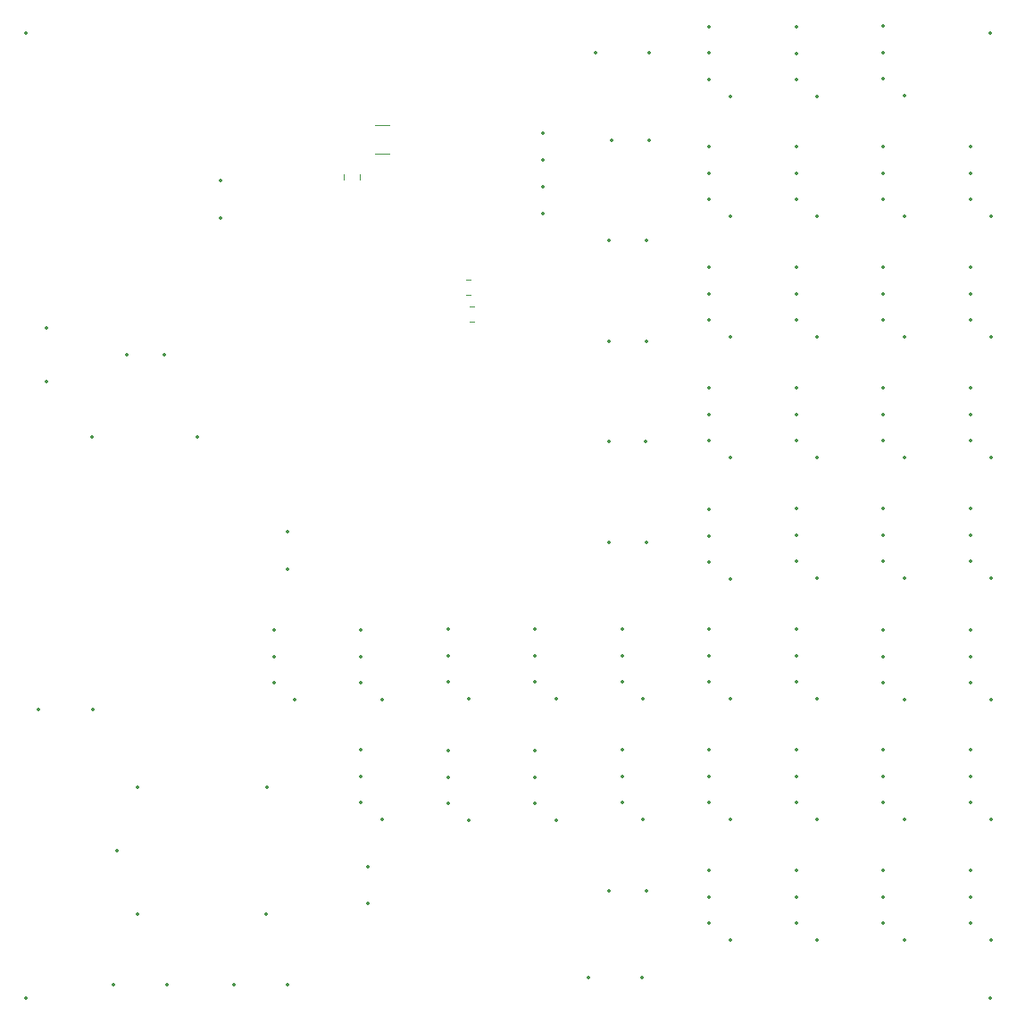
<source format=gbr>
%TF.GenerationSoftware,KiCad,Pcbnew,8.0.9*%
%TF.CreationDate,2025-02-25T22:51:42+01:00*%
%TF.ProjectId,WLED Controller,574c4544-2043-46f6-9e74-726f6c6c6572,rev?*%
%TF.SameCoordinates,Original*%
%TF.FileFunction,Legend,Bot*%
%TF.FilePolarity,Positive*%
%FSLAX46Y46*%
G04 Gerber Fmt 4.6, Leading zero omitted, Abs format (unit mm)*
G04 Created by KiCad (PCBNEW 8.0.9) date 2025-02-25 22:51:42*
%MOMM*%
%LPD*%
G01*
G04 APERTURE LIST*
%ADD10C,0.120000*%
%ADD11C,0.350000*%
G04 APERTURE END LIST*
D10*
%TO.C,R1*%
X54275000Y-37572936D02*
X54275000Y-38027064D01*
X55745000Y-37572936D02*
X55745000Y-38027064D01*
%TO.C,R8*%
X66177936Y-50065000D02*
X66632064Y-50065000D01*
X66177936Y-51535000D02*
X66632064Y-51535000D01*
%TO.C,C3*%
X57181248Y-32900000D02*
X58603752Y-32900000D01*
X57181248Y-35620000D02*
X58603752Y-35620000D01*
%TO.C,R2*%
X66302064Y-47495000D02*
X65847936Y-47495000D01*
X66302064Y-48965000D02*
X65847936Y-48965000D01*
%TD*%
D11*
X30440300Y-88228500D03*
X25258700Y-88228500D03*
X30389500Y-62447500D03*
X40346300Y-62447500D03*
X90900000Y-87245000D03*
X88900000Y-85645000D03*
X88900000Y-83145000D03*
X88900000Y-80645000D03*
X99155000Y-98675000D03*
X97155000Y-97075000D03*
X97155000Y-94575000D03*
X97155000Y-92075000D03*
X66135000Y-87245000D03*
X64135000Y-85645000D03*
X64135000Y-83145000D03*
X64135000Y-80645000D03*
X82932651Y-72390000D03*
X79432651Y-72390000D03*
X99155000Y-30175000D03*
X97155000Y-28575000D03*
X97155000Y-26075000D03*
X97155000Y-23575000D03*
X107410000Y-87325000D03*
X105410000Y-85725000D03*
X105410000Y-83225000D03*
X105410000Y-80725000D03*
X107410000Y-52955000D03*
X105410000Y-51355000D03*
X105410000Y-48855000D03*
X105410000Y-46355000D03*
X57880000Y-87325000D03*
X55880000Y-85725000D03*
X55880000Y-83225000D03*
X55880000Y-80725000D03*
X107410000Y-64385000D03*
X105410000Y-62785000D03*
X105410000Y-60285000D03*
X105410000Y-57785000D03*
X115665000Y-75815000D03*
X113665000Y-74215000D03*
X113665000Y-71715000D03*
X113665000Y-69215000D03*
X49625000Y-87325000D03*
X47625000Y-85725000D03*
X47625000Y-83225000D03*
X47625000Y-80725000D03*
X115665000Y-110105000D03*
X113665000Y-108505000D03*
X113665000Y-106005000D03*
X113665000Y-103505000D03*
X99155000Y-75815000D03*
X97155000Y-74215000D03*
X97155000Y-71715000D03*
X97155000Y-69215000D03*
X115570000Y-115570000D03*
X107410000Y-41525000D03*
X105410000Y-39925000D03*
X105410000Y-37425000D03*
X105410000Y-34925000D03*
X99155000Y-110105000D03*
X97155000Y-108505000D03*
X97155000Y-106005000D03*
X97155000Y-103505000D03*
X24130000Y-115570000D03*
X73170000Y-33665000D03*
X73170000Y-36205000D03*
X73170000Y-38745000D03*
X73170000Y-41285000D03*
X90900000Y-75895000D03*
X88900000Y-74295000D03*
X88900000Y-71795000D03*
X88900000Y-69295000D03*
X90900000Y-41525000D03*
X88900000Y-39925000D03*
X88900000Y-37425000D03*
X88900000Y-34925000D03*
X74390000Y-87245000D03*
X72390000Y-85645000D03*
X72390000Y-83145000D03*
X72390000Y-80645000D03*
X77470000Y-113665000D03*
X82550000Y-113665000D03*
X107410000Y-75815000D03*
X105410000Y-74215000D03*
X105410000Y-71715000D03*
X105410000Y-69215000D03*
X83185000Y-26035000D03*
X78105000Y-26035000D03*
X57880000Y-98675000D03*
X55880000Y-97075000D03*
X55880000Y-94575000D03*
X55880000Y-92075000D03*
X107410000Y-110105000D03*
X105410000Y-108505000D03*
X105410000Y-106005000D03*
X105410000Y-103505000D03*
X82645000Y-98675000D03*
X80645000Y-97075000D03*
X80645000Y-94575000D03*
X80645000Y-92075000D03*
X99155000Y-64385000D03*
X97155000Y-62785000D03*
X97155000Y-60285000D03*
X97155000Y-57785000D03*
X90900000Y-98675000D03*
X88900000Y-97075000D03*
X88900000Y-94575000D03*
X88900000Y-92075000D03*
X115570000Y-24130000D03*
X37212651Y-54610000D03*
X33712651Y-54610000D03*
X83185000Y-34290000D03*
X79685000Y-34290000D03*
X99155000Y-41525000D03*
X97155000Y-39925000D03*
X97155000Y-37425000D03*
X97155000Y-34925000D03*
X99155000Y-87245000D03*
X97155000Y-85645000D03*
X97155000Y-83145000D03*
X97155000Y-80645000D03*
X115665000Y-87325000D03*
X113665000Y-85725000D03*
X113665000Y-83225000D03*
X113665000Y-80725000D03*
X26035000Y-52070000D03*
X26035000Y-57150000D03*
X32385000Y-114300000D03*
X37465000Y-114300000D03*
X42545000Y-41657651D03*
X42545000Y-38157651D03*
X90900000Y-64385000D03*
X88900000Y-62785000D03*
X88900000Y-60285000D03*
X88900000Y-57785000D03*
X82932651Y-53340000D03*
X79432651Y-53340000D03*
X99155000Y-52955000D03*
X97155000Y-51355000D03*
X97155000Y-48855000D03*
X97155000Y-46355000D03*
X82932651Y-43815000D03*
X79432651Y-43815000D03*
X90900000Y-52955000D03*
X88900000Y-51355000D03*
X88900000Y-48855000D03*
X88900000Y-46355000D03*
X107410000Y-98675000D03*
X105410000Y-97075000D03*
X105410000Y-94575000D03*
X105410000Y-92075000D03*
X56515000Y-103122349D03*
X56515000Y-106622349D03*
X107410000Y-30095000D03*
X105410000Y-28495000D03*
X105410000Y-25995000D03*
X105410000Y-23495000D03*
X24130000Y-24130000D03*
X66135000Y-98755000D03*
X64135000Y-97155000D03*
X64135000Y-94655000D03*
X64135000Y-92155000D03*
X90900000Y-110105000D03*
X88900000Y-108505000D03*
X88900000Y-106005000D03*
X88900000Y-103505000D03*
X82645000Y-87245000D03*
X80645000Y-85645000D03*
X80645000Y-83145000D03*
X80645000Y-80645000D03*
X43815000Y-114300000D03*
X48895000Y-114300000D03*
X74390000Y-98755000D03*
X72390000Y-97155000D03*
X72390000Y-94655000D03*
X72390000Y-92155000D03*
X115665000Y-64385000D03*
X113665000Y-62785000D03*
X113665000Y-60285000D03*
X113665000Y-57785000D03*
X115665000Y-98675000D03*
X113665000Y-97075000D03*
X113665000Y-94575000D03*
X113665000Y-92075000D03*
X115665000Y-52955000D03*
X113665000Y-51355000D03*
X113665000Y-48855000D03*
X113665000Y-46355000D03*
X90900000Y-30135000D03*
X88900000Y-28535000D03*
X88900000Y-26035000D03*
X88900000Y-23535000D03*
X82932651Y-105410000D03*
X79432651Y-105410000D03*
X115665000Y-41525000D03*
X113665000Y-39925000D03*
X113665000Y-37425000D03*
X113665000Y-34925000D03*
X48895000Y-74930000D03*
X48895000Y-71430000D03*
X32775000Y-101600000D03*
X34725000Y-107650000D03*
X46925000Y-107650000D03*
X46975000Y-95600000D03*
X34725000Y-95650000D03*
X82875000Y-62865000D03*
X79375000Y-62865000D03*
M02*

</source>
